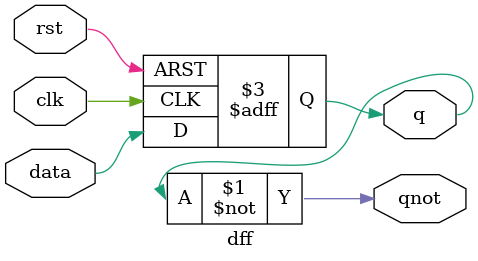
<source format=v>
`timescale 1ns / 1ps
module dff #(parameter SZE=1)
	(
    input clk,
    input  rst,
    input  data,
    output reg q,
    output    qnot
    );


assign qnot = ~q;

always @(posedge clk or posedge rst)
begin
	if(rst) 
		q <= {SZE{1'b1}};
	else  
		q <= data;
end
endmodule

</source>
